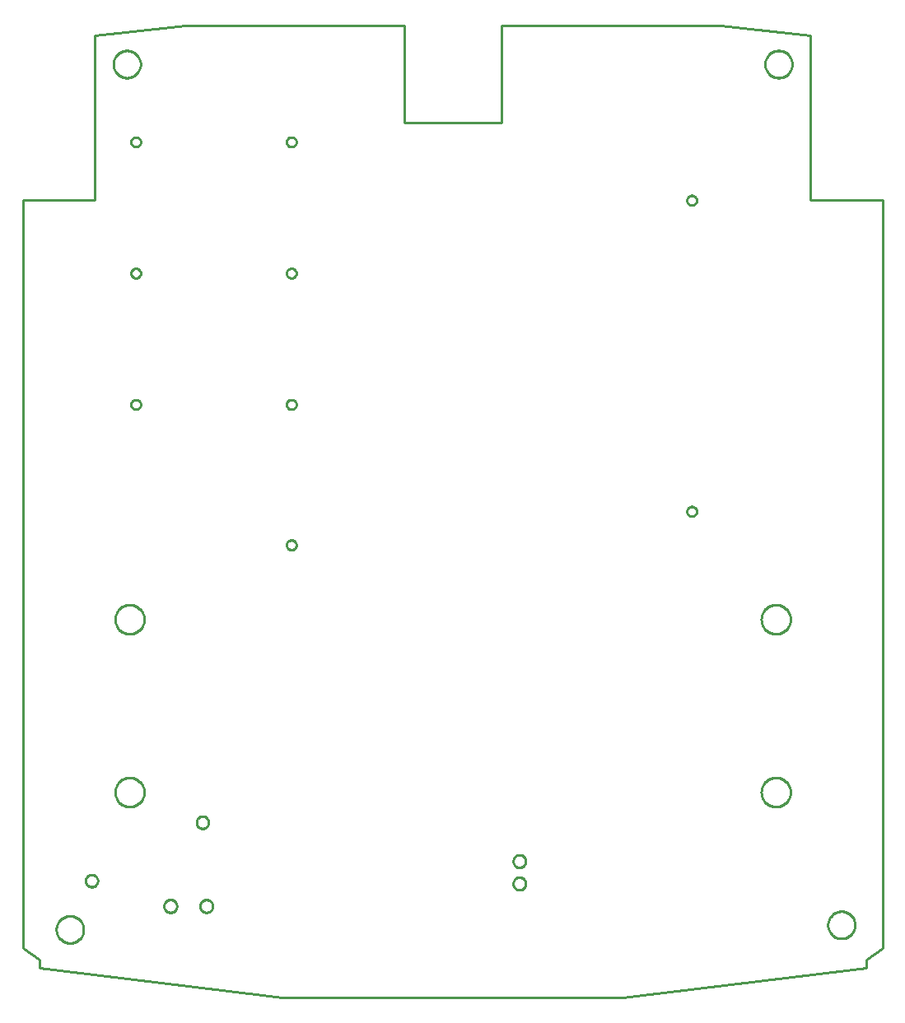
<source format=gbr>
G04 EAGLE Gerber X2 export*
%TF.Part,Single*%
%TF.FileFunction,Profile,NP*%
%TF.FilePolarity,Positive*%
%TF.GenerationSoftware,Autodesk,EAGLE,9.2.2*%
%TF.CreationDate,2019-01-08T14:26:45Z*%
G75*
%MOMM*%
%FSLAX34Y34*%
%LPD*%
%IN*%
%AMOC8*
5,1,8,0,0,1.08239X$1,22.5*%
G01*
%ADD10C,0.254000*%


D10*
X33000Y820000D02*
X33100Y50800D01*
X50000Y38900D01*
X50000Y30000D01*
X300000Y0D01*
X650000Y0D01*
X900000Y30000D01*
X900000Y38900D01*
X917000Y50800D01*
X917000Y820000D01*
X843000Y820000D01*
X843000Y990000D01*
X750000Y1000000D01*
X525000Y1000000D01*
X525000Y900000D01*
X425000Y900000D01*
X425000Y1000000D01*
X200000Y1000000D01*
X107000Y990000D01*
X107000Y820000D01*
X33000Y820000D01*
X304200Y744719D02*
X304263Y744161D01*
X304388Y743614D01*
X304573Y743084D01*
X304817Y742578D01*
X305116Y742102D01*
X305466Y741663D01*
X305863Y741266D01*
X306302Y740916D01*
X306778Y740617D01*
X307284Y740373D01*
X307814Y740188D01*
X308361Y740063D01*
X308919Y740000D01*
X309481Y740000D01*
X310039Y740063D01*
X310586Y740188D01*
X311116Y740373D01*
X311622Y740617D01*
X312098Y740916D01*
X312537Y741266D01*
X312934Y741663D01*
X313284Y742102D01*
X313583Y742578D01*
X313827Y743084D01*
X314012Y743614D01*
X314137Y744161D01*
X314200Y744719D01*
X314200Y745281D01*
X314137Y745839D01*
X314012Y746386D01*
X313827Y746916D01*
X313583Y747422D01*
X313284Y747898D01*
X312934Y748337D01*
X312537Y748734D01*
X312098Y749084D01*
X311622Y749383D01*
X311116Y749627D01*
X310586Y749812D01*
X310039Y749937D01*
X309481Y750000D01*
X308919Y750000D01*
X308361Y749937D01*
X307814Y749812D01*
X307284Y749627D01*
X306778Y749383D01*
X306302Y749084D01*
X305863Y748734D01*
X305466Y748337D01*
X305116Y747898D01*
X304817Y747422D01*
X304573Y746916D01*
X304388Y746386D01*
X304263Y745839D01*
X304200Y745281D01*
X304200Y744719D01*
X127800Y211636D02*
X127876Y212704D01*
X128029Y213765D01*
X128257Y214812D01*
X128559Y215840D01*
X128933Y216844D01*
X129378Y217819D01*
X129892Y218759D01*
X130471Y219660D01*
X131113Y220518D01*
X131815Y221328D01*
X132572Y222085D01*
X133382Y222787D01*
X134240Y223429D01*
X135141Y224008D01*
X136081Y224522D01*
X137056Y224967D01*
X138060Y225341D01*
X139088Y225643D01*
X140135Y225871D01*
X141196Y226024D01*
X142264Y226100D01*
X143336Y226100D01*
X144404Y226024D01*
X145465Y225871D01*
X146512Y225643D01*
X147540Y225341D01*
X148544Y224967D01*
X149519Y224522D01*
X150459Y224008D01*
X151360Y223429D01*
X152218Y222787D01*
X153028Y222085D01*
X153785Y221328D01*
X154487Y220518D01*
X155129Y219660D01*
X155708Y218759D01*
X156222Y217819D01*
X156667Y216844D01*
X157041Y215840D01*
X157343Y214812D01*
X157571Y213765D01*
X157724Y212704D01*
X157800Y211636D01*
X157800Y210564D01*
X157724Y209496D01*
X157571Y208435D01*
X157343Y207388D01*
X157041Y206360D01*
X156667Y205356D01*
X156222Y204381D01*
X155708Y203441D01*
X155129Y202540D01*
X154487Y201682D01*
X153785Y200872D01*
X153028Y200115D01*
X152218Y199413D01*
X151360Y198771D01*
X150459Y198192D01*
X149519Y197678D01*
X148544Y197233D01*
X147540Y196859D01*
X146512Y196557D01*
X145465Y196329D01*
X144404Y196176D01*
X143336Y196100D01*
X142264Y196100D01*
X141196Y196176D01*
X140135Y196329D01*
X139088Y196557D01*
X138060Y196859D01*
X137056Y197233D01*
X136081Y197678D01*
X135141Y198192D01*
X134240Y198771D01*
X133382Y199413D01*
X132572Y200115D01*
X131815Y200872D01*
X131113Y201682D01*
X130471Y202540D01*
X129892Y203441D01*
X129378Y204381D01*
X128933Y205356D01*
X128559Y206360D01*
X128257Y207388D01*
X128029Y208435D01*
X127876Y209496D01*
X127800Y210564D01*
X127800Y211636D01*
X127800Y389436D02*
X127876Y390504D01*
X128029Y391565D01*
X128257Y392612D01*
X128559Y393640D01*
X128933Y394644D01*
X129378Y395619D01*
X129892Y396559D01*
X130471Y397460D01*
X131113Y398318D01*
X131815Y399128D01*
X132572Y399885D01*
X133382Y400587D01*
X134240Y401229D01*
X135141Y401808D01*
X136081Y402322D01*
X137056Y402767D01*
X138060Y403141D01*
X139088Y403443D01*
X140135Y403671D01*
X141196Y403824D01*
X142264Y403900D01*
X143336Y403900D01*
X144404Y403824D01*
X145465Y403671D01*
X146512Y403443D01*
X147540Y403141D01*
X148544Y402767D01*
X149519Y402322D01*
X150459Y401808D01*
X151360Y401229D01*
X152218Y400587D01*
X153028Y399885D01*
X153785Y399128D01*
X154487Y398318D01*
X155129Y397460D01*
X155708Y396559D01*
X156222Y395619D01*
X156667Y394644D01*
X157041Y393640D01*
X157343Y392612D01*
X157571Y391565D01*
X157724Y390504D01*
X157800Y389436D01*
X157800Y388364D01*
X157724Y387296D01*
X157571Y386235D01*
X157343Y385188D01*
X157041Y384160D01*
X156667Y383156D01*
X156222Y382181D01*
X155708Y381241D01*
X155129Y380340D01*
X154487Y379482D01*
X153785Y378672D01*
X153028Y377915D01*
X152218Y377213D01*
X151360Y376571D01*
X150459Y375992D01*
X149519Y375478D01*
X148544Y375033D01*
X147540Y374659D01*
X146512Y374357D01*
X145465Y374129D01*
X144404Y373976D01*
X143336Y373900D01*
X142264Y373900D01*
X141196Y373976D01*
X140135Y374129D01*
X139088Y374357D01*
X138060Y374659D01*
X137056Y375033D01*
X136081Y375478D01*
X135141Y375992D01*
X134240Y376571D01*
X133382Y377213D01*
X132572Y377915D01*
X131815Y378672D01*
X131113Y379482D01*
X130471Y380340D01*
X129892Y381241D01*
X129378Y382181D01*
X128933Y383156D01*
X128559Y384160D01*
X128257Y385188D01*
X128029Y386235D01*
X127876Y387296D01*
X127800Y388364D01*
X127800Y389436D01*
X304200Y879719D02*
X304263Y879161D01*
X304388Y878614D01*
X304573Y878084D01*
X304817Y877578D01*
X305116Y877102D01*
X305466Y876663D01*
X305863Y876266D01*
X306302Y875916D01*
X306778Y875617D01*
X307284Y875373D01*
X307814Y875188D01*
X308361Y875063D01*
X308919Y875000D01*
X309481Y875000D01*
X310039Y875063D01*
X310586Y875188D01*
X311116Y875373D01*
X311622Y875617D01*
X312098Y875916D01*
X312537Y876266D01*
X312934Y876663D01*
X313284Y877102D01*
X313583Y877578D01*
X313827Y878084D01*
X314012Y878614D01*
X314137Y879161D01*
X314200Y879719D01*
X314200Y880281D01*
X314137Y880839D01*
X314012Y881386D01*
X313827Y881916D01*
X313583Y882422D01*
X313284Y882898D01*
X312934Y883337D01*
X312537Y883734D01*
X312098Y884084D01*
X311622Y884383D01*
X311116Y884627D01*
X310586Y884812D01*
X310039Y884937D01*
X309481Y885000D01*
X308919Y885000D01*
X308361Y884937D01*
X307814Y884812D01*
X307284Y884627D01*
X306778Y884383D01*
X306302Y884084D01*
X305863Y883734D01*
X305466Y883337D01*
X305116Y882898D01*
X304817Y882422D01*
X304573Y881916D01*
X304388Y881386D01*
X304263Y880839D01*
X304200Y880281D01*
X304200Y879719D01*
X154200Y880281D02*
X154137Y880839D01*
X154012Y881386D01*
X153827Y881916D01*
X153583Y882422D01*
X153284Y882898D01*
X152934Y883337D01*
X152537Y883734D01*
X152098Y884084D01*
X151622Y884383D01*
X151116Y884627D01*
X150586Y884812D01*
X150039Y884937D01*
X149481Y885000D01*
X148919Y885000D01*
X148361Y884937D01*
X147814Y884812D01*
X147284Y884627D01*
X146778Y884383D01*
X146302Y884084D01*
X145863Y883734D01*
X145466Y883337D01*
X145116Y882898D01*
X144817Y882422D01*
X144573Y881916D01*
X144388Y881386D01*
X144263Y880839D01*
X144200Y880281D01*
X144200Y879719D01*
X144263Y879161D01*
X144388Y878614D01*
X144573Y878084D01*
X144817Y877578D01*
X145116Y877102D01*
X145466Y876663D01*
X145863Y876266D01*
X146302Y875916D01*
X146778Y875617D01*
X147284Y875373D01*
X147814Y875188D01*
X148361Y875063D01*
X148919Y875000D01*
X149481Y875000D01*
X150039Y875063D01*
X150586Y875188D01*
X151116Y875373D01*
X151622Y875617D01*
X152098Y875916D01*
X152537Y876266D01*
X152934Y876663D01*
X153284Y877102D01*
X153583Y877578D01*
X153827Y878084D01*
X154012Y878614D01*
X154137Y879161D01*
X154200Y879719D01*
X154200Y880281D01*
X822300Y388364D02*
X822224Y387296D01*
X822071Y386235D01*
X821843Y385188D01*
X821541Y384160D01*
X821167Y383156D01*
X820722Y382181D01*
X820208Y381241D01*
X819629Y380340D01*
X818987Y379482D01*
X818285Y378672D01*
X817528Y377915D01*
X816718Y377213D01*
X815860Y376571D01*
X814959Y375992D01*
X814019Y375478D01*
X813044Y375033D01*
X812040Y374659D01*
X811012Y374357D01*
X809965Y374129D01*
X808904Y373976D01*
X807836Y373900D01*
X806764Y373900D01*
X805696Y373976D01*
X804635Y374129D01*
X803588Y374357D01*
X802560Y374659D01*
X801556Y375033D01*
X800581Y375478D01*
X799641Y375992D01*
X798740Y376571D01*
X797882Y377213D01*
X797072Y377915D01*
X796315Y378672D01*
X795613Y379482D01*
X794971Y380340D01*
X794392Y381241D01*
X793878Y382181D01*
X793433Y383156D01*
X793059Y384160D01*
X792757Y385188D01*
X792529Y386235D01*
X792376Y387296D01*
X792300Y388364D01*
X792300Y389436D01*
X792376Y390504D01*
X792529Y391565D01*
X792757Y392612D01*
X793059Y393640D01*
X793433Y394644D01*
X793878Y395619D01*
X794392Y396559D01*
X794971Y397460D01*
X795613Y398318D01*
X796315Y399128D01*
X797072Y399885D01*
X797882Y400587D01*
X798740Y401229D01*
X799641Y401808D01*
X800581Y402322D01*
X801556Y402767D01*
X802560Y403141D01*
X803588Y403443D01*
X804635Y403671D01*
X805696Y403824D01*
X806764Y403900D01*
X807836Y403900D01*
X808904Y403824D01*
X809965Y403671D01*
X811012Y403443D01*
X812040Y403141D01*
X813044Y402767D01*
X814019Y402322D01*
X814959Y401808D01*
X815860Y401229D01*
X816718Y400587D01*
X817528Y399885D01*
X818285Y399128D01*
X818987Y398318D01*
X819629Y397460D01*
X820208Y396559D01*
X820722Y395619D01*
X821167Y394644D01*
X821541Y393640D01*
X821843Y392612D01*
X822071Y391565D01*
X822224Y390504D01*
X822300Y389436D01*
X822300Y388364D01*
X822300Y210564D02*
X822224Y209496D01*
X822071Y208435D01*
X821843Y207388D01*
X821541Y206360D01*
X821167Y205356D01*
X820722Y204381D01*
X820208Y203441D01*
X819629Y202540D01*
X818987Y201682D01*
X818285Y200872D01*
X817528Y200115D01*
X816718Y199413D01*
X815860Y198771D01*
X814959Y198192D01*
X814019Y197678D01*
X813044Y197233D01*
X812040Y196859D01*
X811012Y196557D01*
X809965Y196329D01*
X808904Y196176D01*
X807836Y196100D01*
X806764Y196100D01*
X805696Y196176D01*
X804635Y196329D01*
X803588Y196557D01*
X802560Y196859D01*
X801556Y197233D01*
X800581Y197678D01*
X799641Y198192D01*
X798740Y198771D01*
X797882Y199413D01*
X797072Y200115D01*
X796315Y200872D01*
X795613Y201682D01*
X794971Y202540D01*
X794392Y203441D01*
X793878Y204381D01*
X793433Y205356D01*
X793059Y206360D01*
X792757Y207388D01*
X792529Y208435D01*
X792376Y209496D01*
X792300Y210564D01*
X792300Y211636D01*
X792376Y212704D01*
X792529Y213765D01*
X792757Y214812D01*
X793059Y215840D01*
X793433Y216844D01*
X793878Y217819D01*
X794392Y218759D01*
X794971Y219660D01*
X795613Y220518D01*
X796315Y221328D01*
X797072Y222085D01*
X797882Y222787D01*
X798740Y223429D01*
X799641Y224008D01*
X800581Y224522D01*
X801556Y224967D01*
X802560Y225341D01*
X803588Y225643D01*
X804635Y225871D01*
X805696Y226024D01*
X806764Y226100D01*
X807836Y226100D01*
X808904Y226024D01*
X809965Y225871D01*
X811012Y225643D01*
X812040Y225341D01*
X813044Y224967D01*
X814019Y224522D01*
X814959Y224008D01*
X815860Y223429D01*
X816718Y222787D01*
X817528Y222085D01*
X818285Y221328D01*
X818987Y220518D01*
X819629Y219660D01*
X820208Y218759D01*
X820722Y217819D01*
X821167Y216844D01*
X821541Y215840D01*
X821843Y214812D01*
X822071Y213765D01*
X822224Y212704D01*
X822300Y211636D01*
X822300Y210564D01*
X720519Y825000D02*
X719961Y824937D01*
X719414Y824812D01*
X718884Y824627D01*
X718378Y824383D01*
X717902Y824084D01*
X717463Y823734D01*
X717066Y823337D01*
X716716Y822898D01*
X716417Y822422D01*
X716173Y821916D01*
X715988Y821386D01*
X715863Y820839D01*
X715800Y820281D01*
X715800Y819719D01*
X715863Y819161D01*
X715988Y818614D01*
X716173Y818084D01*
X716417Y817578D01*
X716716Y817102D01*
X717066Y816663D01*
X717463Y816266D01*
X717902Y815916D01*
X718378Y815617D01*
X718884Y815373D01*
X719414Y815188D01*
X719961Y815063D01*
X720519Y815000D01*
X721081Y815000D01*
X721639Y815063D01*
X722186Y815188D01*
X722716Y815373D01*
X723222Y815617D01*
X723698Y815916D01*
X724137Y816266D01*
X724534Y816663D01*
X724884Y817102D01*
X725183Y817578D01*
X725427Y818084D01*
X725612Y818614D01*
X725737Y819161D01*
X725800Y819719D01*
X725800Y820281D01*
X725737Y820839D01*
X725612Y821386D01*
X725427Y821916D01*
X725183Y822422D01*
X724884Y822898D01*
X724534Y823337D01*
X724137Y823734D01*
X723698Y824084D01*
X723222Y824383D01*
X722716Y824627D01*
X722186Y824812D01*
X721639Y824937D01*
X721081Y825000D01*
X720519Y825000D01*
X314200Y465681D02*
X314137Y466239D01*
X314012Y466786D01*
X313827Y467316D01*
X313583Y467822D01*
X313284Y468298D01*
X312934Y468737D01*
X312537Y469134D01*
X312098Y469484D01*
X311622Y469783D01*
X311116Y470027D01*
X310586Y470212D01*
X310039Y470337D01*
X309481Y470400D01*
X308919Y470400D01*
X308361Y470337D01*
X307814Y470212D01*
X307284Y470027D01*
X306778Y469783D01*
X306302Y469484D01*
X305863Y469134D01*
X305466Y468737D01*
X305116Y468298D01*
X304817Y467822D01*
X304573Y467316D01*
X304388Y466786D01*
X304263Y466239D01*
X304200Y465681D01*
X304200Y465119D01*
X304263Y464561D01*
X304388Y464014D01*
X304573Y463484D01*
X304817Y462978D01*
X305116Y462502D01*
X305466Y462063D01*
X305863Y461666D01*
X306302Y461316D01*
X306778Y461017D01*
X307284Y460773D01*
X307814Y460588D01*
X308361Y460463D01*
X308919Y460400D01*
X309481Y460400D01*
X310039Y460463D01*
X310586Y460588D01*
X311116Y460773D01*
X311622Y461017D01*
X312098Y461316D01*
X312537Y461666D01*
X312934Y462063D01*
X313284Y462502D01*
X313583Y462978D01*
X313827Y463484D01*
X314012Y464014D01*
X314137Y464561D01*
X314200Y465119D01*
X314200Y465681D01*
X154200Y745281D02*
X154137Y745839D01*
X154012Y746386D01*
X153827Y746916D01*
X153583Y747422D01*
X153284Y747898D01*
X152934Y748337D01*
X152537Y748734D01*
X152098Y749084D01*
X151622Y749383D01*
X151116Y749627D01*
X150586Y749812D01*
X150039Y749937D01*
X149481Y750000D01*
X148919Y750000D01*
X148361Y749937D01*
X147814Y749812D01*
X147284Y749627D01*
X146778Y749383D01*
X146302Y749084D01*
X145863Y748734D01*
X145466Y748337D01*
X145116Y747898D01*
X144817Y747422D01*
X144573Y746916D01*
X144388Y746386D01*
X144263Y745839D01*
X144200Y745281D01*
X144200Y744719D01*
X144263Y744161D01*
X144388Y743614D01*
X144573Y743084D01*
X144817Y742578D01*
X145116Y742102D01*
X145466Y741663D01*
X145863Y741266D01*
X146302Y740916D01*
X146778Y740617D01*
X147284Y740373D01*
X147814Y740188D01*
X148361Y740063D01*
X148919Y740000D01*
X149481Y740000D01*
X150039Y740063D01*
X150586Y740188D01*
X151116Y740373D01*
X151622Y740617D01*
X152098Y740916D01*
X152537Y741266D01*
X152934Y741663D01*
X153284Y742102D01*
X153583Y742578D01*
X153827Y743084D01*
X154012Y743614D01*
X154137Y744161D01*
X154200Y744719D01*
X154200Y745281D01*
X725800Y500281D02*
X725737Y500839D01*
X725612Y501386D01*
X725427Y501916D01*
X725183Y502422D01*
X724884Y502898D01*
X724534Y503337D01*
X724137Y503734D01*
X723698Y504084D01*
X723222Y504383D01*
X722716Y504627D01*
X722186Y504812D01*
X721639Y504937D01*
X721081Y505000D01*
X720519Y505000D01*
X719961Y504937D01*
X719414Y504812D01*
X718884Y504627D01*
X718378Y504383D01*
X717902Y504084D01*
X717463Y503734D01*
X717066Y503337D01*
X716716Y502898D01*
X716417Y502422D01*
X716173Y501916D01*
X715988Y501386D01*
X715863Y500839D01*
X715800Y500281D01*
X715800Y499719D01*
X715863Y499161D01*
X715988Y498614D01*
X716173Y498084D01*
X716417Y497578D01*
X716716Y497102D01*
X717066Y496663D01*
X717463Y496266D01*
X717902Y495916D01*
X718378Y495617D01*
X718884Y495373D01*
X719414Y495188D01*
X719961Y495063D01*
X720519Y495000D01*
X721081Y495000D01*
X721639Y495063D01*
X722186Y495188D01*
X722716Y495373D01*
X723222Y495617D01*
X723698Y495916D01*
X724137Y496266D01*
X724534Y496663D01*
X724884Y497102D01*
X725183Y497578D01*
X725427Y498084D01*
X725612Y498614D01*
X725737Y499161D01*
X725800Y499719D01*
X725800Y500281D01*
X110050Y119649D02*
X109971Y118951D01*
X109815Y118267D01*
X109583Y117604D01*
X109279Y116972D01*
X108905Y116378D01*
X108468Y115829D01*
X107971Y115332D01*
X107422Y114895D01*
X106828Y114521D01*
X106196Y114217D01*
X105533Y113985D01*
X104849Y113829D01*
X104151Y113750D01*
X103449Y113750D01*
X102751Y113829D01*
X102067Y113985D01*
X101404Y114217D01*
X100772Y114521D01*
X100178Y114895D01*
X99629Y115332D01*
X99132Y115829D01*
X98695Y116378D01*
X98321Y116972D01*
X98017Y117604D01*
X97785Y118267D01*
X97629Y118951D01*
X97550Y119649D01*
X97550Y120351D01*
X97629Y121049D01*
X97785Y121733D01*
X98017Y122396D01*
X98321Y123028D01*
X98695Y123622D01*
X99132Y124171D01*
X99629Y124668D01*
X100178Y125105D01*
X100772Y125479D01*
X101404Y125783D01*
X102067Y126015D01*
X102751Y126171D01*
X103449Y126250D01*
X104151Y126250D01*
X104849Y126171D01*
X105533Y126015D01*
X106196Y125783D01*
X106828Y125479D01*
X107422Y125105D01*
X107971Y124668D01*
X108468Y124171D01*
X108905Y123622D01*
X109279Y123028D01*
X109583Y122396D01*
X109815Y121733D01*
X109971Y121049D01*
X110050Y120351D01*
X110050Y119649D01*
X224050Y179649D02*
X223971Y178951D01*
X223815Y178267D01*
X223583Y177604D01*
X223279Y176972D01*
X222905Y176378D01*
X222468Y175829D01*
X221971Y175332D01*
X221422Y174895D01*
X220828Y174521D01*
X220196Y174217D01*
X219533Y173985D01*
X218849Y173829D01*
X218151Y173750D01*
X217449Y173750D01*
X216751Y173829D01*
X216067Y173985D01*
X215404Y174217D01*
X214772Y174521D01*
X214178Y174895D01*
X213629Y175332D01*
X213132Y175829D01*
X212695Y176378D01*
X212321Y176972D01*
X212017Y177604D01*
X211785Y178267D01*
X211629Y178951D01*
X211550Y179649D01*
X211550Y180351D01*
X211629Y181049D01*
X211785Y181733D01*
X212017Y182396D01*
X212321Y183028D01*
X212695Y183622D01*
X213132Y184171D01*
X213629Y184668D01*
X214178Y185105D01*
X214772Y185479D01*
X215404Y185783D01*
X216067Y186015D01*
X216751Y186171D01*
X217449Y186250D01*
X218151Y186250D01*
X218849Y186171D01*
X219533Y186015D01*
X220196Y185783D01*
X220828Y185479D01*
X221422Y185105D01*
X221971Y184668D01*
X222468Y184171D01*
X222905Y183622D01*
X223279Y183028D01*
X223583Y182396D01*
X223815Y181733D01*
X223971Y181049D01*
X224050Y180351D01*
X224050Y179649D01*
X154000Y959500D02*
X153929Y958503D01*
X153786Y957513D01*
X153574Y956536D01*
X153292Y955576D01*
X152943Y954639D01*
X152527Y953729D01*
X152048Y952852D01*
X151507Y952010D01*
X150908Y951210D01*
X150253Y950454D01*
X149546Y949747D01*
X148790Y949092D01*
X147990Y948493D01*
X147148Y947952D01*
X146271Y947473D01*
X145361Y947057D01*
X144424Y946708D01*
X143465Y946426D01*
X142487Y946214D01*
X141498Y946071D01*
X140500Y946000D01*
X139500Y946000D01*
X138503Y946071D01*
X137513Y946214D01*
X136536Y946426D01*
X135576Y946708D01*
X134639Y947057D01*
X133729Y947473D01*
X132852Y947952D01*
X132010Y948493D01*
X131210Y949092D01*
X130454Y949747D01*
X129747Y950454D01*
X129092Y951210D01*
X128493Y952010D01*
X127952Y952852D01*
X127473Y953729D01*
X127057Y954639D01*
X126708Y955576D01*
X126426Y956536D01*
X126214Y957513D01*
X126071Y958503D01*
X126000Y959500D01*
X126000Y960500D01*
X126071Y961498D01*
X126214Y962487D01*
X126426Y963465D01*
X126708Y964424D01*
X127057Y965361D01*
X127473Y966271D01*
X127952Y967148D01*
X128493Y967990D01*
X129092Y968790D01*
X129747Y969546D01*
X130454Y970253D01*
X131210Y970908D01*
X132010Y971507D01*
X132852Y972048D01*
X133729Y972527D01*
X134639Y972943D01*
X135576Y973292D01*
X136536Y973574D01*
X137513Y973786D01*
X138503Y973929D01*
X139500Y974000D01*
X140500Y974000D01*
X141498Y973929D01*
X142487Y973786D01*
X143465Y973574D01*
X144424Y973292D01*
X145361Y972943D01*
X146271Y972527D01*
X147148Y972048D01*
X147990Y971507D01*
X148790Y970908D01*
X149546Y970253D01*
X150253Y969546D01*
X150908Y968790D01*
X151507Y967990D01*
X152048Y967148D01*
X152527Y966271D01*
X152943Y965361D01*
X153292Y964424D01*
X153574Y963465D01*
X153786Y962487D01*
X153929Y961498D01*
X154000Y960500D01*
X154000Y959500D01*
X824000Y959500D02*
X823929Y958503D01*
X823786Y957513D01*
X823574Y956536D01*
X823292Y955576D01*
X822943Y954639D01*
X822527Y953729D01*
X822048Y952852D01*
X821507Y952010D01*
X820908Y951210D01*
X820253Y950454D01*
X819546Y949747D01*
X818790Y949092D01*
X817990Y948493D01*
X817148Y947952D01*
X816271Y947473D01*
X815361Y947057D01*
X814424Y946708D01*
X813465Y946426D01*
X812487Y946214D01*
X811498Y946071D01*
X810500Y946000D01*
X809500Y946000D01*
X808503Y946071D01*
X807513Y946214D01*
X806536Y946426D01*
X805576Y946708D01*
X804639Y947057D01*
X803729Y947473D01*
X802852Y947952D01*
X802010Y948493D01*
X801210Y949092D01*
X800454Y949747D01*
X799747Y950454D01*
X799092Y951210D01*
X798493Y952010D01*
X797952Y952852D01*
X797473Y953729D01*
X797057Y954639D01*
X796708Y955576D01*
X796426Y956536D01*
X796214Y957513D01*
X796071Y958503D01*
X796000Y959500D01*
X796000Y960500D01*
X796071Y961498D01*
X796214Y962487D01*
X796426Y963465D01*
X796708Y964424D01*
X797057Y965361D01*
X797473Y966271D01*
X797952Y967148D01*
X798493Y967990D01*
X799092Y968790D01*
X799747Y969546D01*
X800454Y970253D01*
X801210Y970908D01*
X802010Y971507D01*
X802852Y972048D01*
X803729Y972527D01*
X804639Y972943D01*
X805576Y973292D01*
X806536Y973574D01*
X807513Y973786D01*
X808503Y973929D01*
X809500Y974000D01*
X810500Y974000D01*
X811498Y973929D01*
X812487Y973786D01*
X813465Y973574D01*
X814424Y973292D01*
X815361Y972943D01*
X816271Y972527D01*
X817148Y972048D01*
X817990Y971507D01*
X818790Y970908D01*
X819546Y970253D01*
X820253Y969546D01*
X820908Y968790D01*
X821507Y967990D01*
X822048Y967148D01*
X822527Y966271D01*
X822943Y965361D01*
X823292Y964424D01*
X823574Y963465D01*
X823786Y962487D01*
X823929Y961498D01*
X824000Y960500D01*
X824000Y959500D01*
X154200Y610281D02*
X154137Y610839D01*
X154012Y611386D01*
X153827Y611916D01*
X153583Y612422D01*
X153284Y612898D01*
X152934Y613337D01*
X152537Y613734D01*
X152098Y614084D01*
X151622Y614383D01*
X151116Y614627D01*
X150586Y614812D01*
X150039Y614937D01*
X149481Y615000D01*
X148919Y615000D01*
X148361Y614937D01*
X147814Y614812D01*
X147284Y614627D01*
X146778Y614383D01*
X146302Y614084D01*
X145863Y613734D01*
X145466Y613337D01*
X145116Y612898D01*
X144817Y612422D01*
X144573Y611916D01*
X144388Y611386D01*
X144263Y610839D01*
X144200Y610281D01*
X144200Y609719D01*
X144263Y609161D01*
X144388Y608614D01*
X144573Y608084D01*
X144817Y607578D01*
X145116Y607102D01*
X145466Y606663D01*
X145863Y606266D01*
X146302Y605916D01*
X146778Y605617D01*
X147284Y605373D01*
X147814Y605188D01*
X148361Y605063D01*
X148919Y605000D01*
X149481Y605000D01*
X150039Y605063D01*
X150586Y605188D01*
X151116Y605373D01*
X151622Y605617D01*
X152098Y605916D01*
X152537Y606266D01*
X152934Y606663D01*
X153284Y607102D01*
X153583Y607578D01*
X153827Y608084D01*
X154012Y608614D01*
X154137Y609161D01*
X154200Y609719D01*
X154200Y610281D01*
X304200Y609719D02*
X304263Y609161D01*
X304388Y608614D01*
X304573Y608084D01*
X304817Y607578D01*
X305116Y607102D01*
X305466Y606663D01*
X305863Y606266D01*
X306302Y605916D01*
X306778Y605617D01*
X307284Y605373D01*
X307814Y605188D01*
X308361Y605063D01*
X308919Y605000D01*
X309481Y605000D01*
X310039Y605063D01*
X310586Y605188D01*
X311116Y605373D01*
X311622Y605617D01*
X312098Y605916D01*
X312537Y606266D01*
X312934Y606663D01*
X313284Y607102D01*
X313583Y607578D01*
X313827Y608084D01*
X314012Y608614D01*
X314137Y609161D01*
X314200Y609719D01*
X314200Y610281D01*
X314137Y610839D01*
X314012Y611386D01*
X313827Y611916D01*
X313583Y612422D01*
X313284Y612898D01*
X312934Y613337D01*
X312537Y613734D01*
X312098Y614084D01*
X311622Y614383D01*
X311116Y614627D01*
X310586Y614812D01*
X310039Y614937D01*
X309481Y615000D01*
X308919Y615000D01*
X308361Y614937D01*
X307814Y614812D01*
X307284Y614627D01*
X306778Y614383D01*
X306302Y614084D01*
X305863Y613734D01*
X305466Y613337D01*
X305116Y612898D01*
X304817Y612422D01*
X304573Y611916D01*
X304388Y611386D01*
X304263Y610839D01*
X304200Y610281D01*
X304200Y609719D01*
X95480Y69380D02*
X95409Y68383D01*
X95266Y67393D01*
X95054Y66416D01*
X94772Y65456D01*
X94423Y64519D01*
X94007Y63609D01*
X93528Y62732D01*
X92987Y61890D01*
X92388Y61090D01*
X91733Y60334D01*
X91026Y59627D01*
X90270Y58972D01*
X89470Y58373D01*
X88628Y57832D01*
X87751Y57353D01*
X86841Y56937D01*
X85904Y56588D01*
X84945Y56306D01*
X83967Y56094D01*
X82978Y55951D01*
X81980Y55880D01*
X80980Y55880D01*
X79983Y55951D01*
X78993Y56094D01*
X78016Y56306D01*
X77056Y56588D01*
X76119Y56937D01*
X75209Y57353D01*
X74332Y57832D01*
X73490Y58373D01*
X72690Y58972D01*
X71934Y59627D01*
X71227Y60334D01*
X70572Y61090D01*
X69973Y61890D01*
X69432Y62732D01*
X68953Y63609D01*
X68537Y64519D01*
X68188Y65456D01*
X67906Y66416D01*
X67694Y67393D01*
X67551Y68383D01*
X67480Y69380D01*
X67480Y70380D01*
X67551Y71378D01*
X67694Y72367D01*
X67906Y73345D01*
X68188Y74304D01*
X68537Y75241D01*
X68953Y76151D01*
X69432Y77028D01*
X69973Y77870D01*
X70572Y78670D01*
X71227Y79426D01*
X71934Y80133D01*
X72690Y80788D01*
X73490Y81387D01*
X74332Y81928D01*
X75209Y82407D01*
X76119Y82823D01*
X77056Y83172D01*
X78016Y83454D01*
X78993Y83666D01*
X79983Y83809D01*
X80980Y83880D01*
X81980Y83880D01*
X82978Y83809D01*
X83967Y83666D01*
X84945Y83454D01*
X85904Y83172D01*
X86841Y82823D01*
X87751Y82407D01*
X88628Y81928D01*
X89470Y81387D01*
X90270Y80788D01*
X91026Y80133D01*
X91733Y79426D01*
X92388Y78670D01*
X92987Y77870D01*
X93528Y77028D01*
X94007Y76151D01*
X94423Y75241D01*
X94772Y74304D01*
X95054Y73345D01*
X95266Y72367D01*
X95409Y71378D01*
X95480Y70380D01*
X95480Y69380D01*
X888680Y74000D02*
X888609Y73003D01*
X888466Y72013D01*
X888254Y71036D01*
X887972Y70076D01*
X887623Y69139D01*
X887207Y68229D01*
X886728Y67352D01*
X886187Y66510D01*
X885588Y65710D01*
X884933Y64954D01*
X884226Y64247D01*
X883470Y63592D01*
X882670Y62993D01*
X881828Y62452D01*
X880951Y61973D01*
X880041Y61557D01*
X879104Y61208D01*
X878145Y60926D01*
X877167Y60714D01*
X876178Y60571D01*
X875180Y60500D01*
X874180Y60500D01*
X873183Y60571D01*
X872193Y60714D01*
X871216Y60926D01*
X870256Y61208D01*
X869319Y61557D01*
X868409Y61973D01*
X867532Y62452D01*
X866690Y62993D01*
X865890Y63592D01*
X865134Y64247D01*
X864427Y64954D01*
X863772Y65710D01*
X863173Y66510D01*
X862632Y67352D01*
X862153Y68229D01*
X861737Y69139D01*
X861388Y70076D01*
X861106Y71036D01*
X860894Y72013D01*
X860751Y73003D01*
X860680Y74000D01*
X860680Y75000D01*
X860751Y75998D01*
X860894Y76987D01*
X861106Y77965D01*
X861388Y78924D01*
X861737Y79861D01*
X862153Y80771D01*
X862632Y81648D01*
X863173Y82490D01*
X863772Y83290D01*
X864427Y84046D01*
X865134Y84753D01*
X865890Y85408D01*
X866690Y86007D01*
X867532Y86548D01*
X868409Y87027D01*
X869319Y87443D01*
X870256Y87792D01*
X871216Y88074D01*
X872193Y88286D01*
X873183Y88429D01*
X874180Y88500D01*
X875180Y88500D01*
X876178Y88429D01*
X877167Y88286D01*
X878145Y88074D01*
X879104Y87792D01*
X880041Y87443D01*
X880951Y87027D01*
X881828Y86548D01*
X882670Y86007D01*
X883470Y85408D01*
X884226Y84753D01*
X884933Y84046D01*
X885588Y83290D01*
X886187Y82490D01*
X886728Y81648D01*
X887207Y80771D01*
X887623Y79861D01*
X887972Y78924D01*
X888254Y77965D01*
X888466Y76987D01*
X888609Y75998D01*
X888680Y75000D01*
X888680Y74000D01*
X191280Y93621D02*
X191217Y92985D01*
X191093Y92359D01*
X190907Y91748D01*
X190663Y91158D01*
X190362Y90594D01*
X190007Y90063D01*
X189602Y89570D01*
X189150Y89118D01*
X188657Y88713D01*
X188126Y88358D01*
X187562Y88057D01*
X186972Y87813D01*
X186361Y87627D01*
X185735Y87503D01*
X185099Y87440D01*
X184461Y87440D01*
X183825Y87503D01*
X183199Y87627D01*
X182588Y87813D01*
X181998Y88057D01*
X181434Y88358D01*
X180903Y88713D01*
X180410Y89118D01*
X179958Y89570D01*
X179553Y90063D01*
X179198Y90594D01*
X178897Y91158D01*
X178653Y91748D01*
X178467Y92359D01*
X178343Y92985D01*
X178280Y93621D01*
X178280Y94259D01*
X178343Y94895D01*
X178467Y95521D01*
X178653Y96132D01*
X178897Y96722D01*
X179198Y97286D01*
X179553Y97817D01*
X179958Y98310D01*
X180410Y98762D01*
X180903Y99167D01*
X181434Y99522D01*
X181998Y99823D01*
X182588Y100067D01*
X183199Y100253D01*
X183825Y100377D01*
X184461Y100440D01*
X185099Y100440D01*
X185735Y100377D01*
X186361Y100253D01*
X186972Y100067D01*
X187562Y99823D01*
X188126Y99522D01*
X188657Y99167D01*
X189150Y98762D01*
X189602Y98310D01*
X190007Y97817D01*
X190362Y97286D01*
X190663Y96722D01*
X190907Y96132D01*
X191093Y95521D01*
X191217Y94895D01*
X191280Y94259D01*
X191280Y93621D01*
X228240Y93621D02*
X228177Y92985D01*
X228053Y92359D01*
X227867Y91748D01*
X227623Y91158D01*
X227322Y90594D01*
X226967Y90063D01*
X226562Y89570D01*
X226110Y89118D01*
X225617Y88713D01*
X225086Y88358D01*
X224522Y88057D01*
X223932Y87813D01*
X223321Y87627D01*
X222695Y87503D01*
X222059Y87440D01*
X221421Y87440D01*
X220785Y87503D01*
X220159Y87627D01*
X219548Y87813D01*
X218958Y88057D01*
X218394Y88358D01*
X217863Y88713D01*
X217370Y89118D01*
X216918Y89570D01*
X216513Y90063D01*
X216158Y90594D01*
X215857Y91158D01*
X215613Y91748D01*
X215427Y92359D01*
X215303Y92985D01*
X215240Y93621D01*
X215240Y94259D01*
X215303Y94895D01*
X215427Y95521D01*
X215613Y96132D01*
X215857Y96722D01*
X216158Y97286D01*
X216513Y97817D01*
X216918Y98310D01*
X217370Y98762D01*
X217863Y99167D01*
X218394Y99522D01*
X218958Y99823D01*
X219548Y100067D01*
X220159Y100253D01*
X220785Y100377D01*
X221421Y100440D01*
X222059Y100440D01*
X222695Y100377D01*
X223321Y100253D01*
X223932Y100067D01*
X224522Y99823D01*
X225086Y99522D01*
X225617Y99167D01*
X226110Y98762D01*
X226562Y98310D01*
X226967Y97817D01*
X227322Y97286D01*
X227623Y96722D01*
X227867Y96132D01*
X228053Y95521D01*
X228177Y94895D01*
X228240Y94259D01*
X228240Y93621D01*
X550100Y116721D02*
X550037Y116085D01*
X549913Y115459D01*
X549727Y114848D01*
X549483Y114258D01*
X549182Y113694D01*
X548827Y113163D01*
X548422Y112670D01*
X547970Y112218D01*
X547477Y111813D01*
X546946Y111458D01*
X546382Y111157D01*
X545792Y110913D01*
X545181Y110727D01*
X544555Y110603D01*
X543919Y110540D01*
X543281Y110540D01*
X542645Y110603D01*
X542019Y110727D01*
X541408Y110913D01*
X540818Y111157D01*
X540254Y111458D01*
X539723Y111813D01*
X539230Y112218D01*
X538778Y112670D01*
X538373Y113163D01*
X538018Y113694D01*
X537717Y114258D01*
X537473Y114848D01*
X537287Y115459D01*
X537163Y116085D01*
X537100Y116721D01*
X537100Y117359D01*
X537163Y117995D01*
X537287Y118621D01*
X537473Y119232D01*
X537717Y119822D01*
X538018Y120386D01*
X538373Y120917D01*
X538778Y121410D01*
X539230Y121862D01*
X539723Y122267D01*
X540254Y122622D01*
X540818Y122923D01*
X541408Y123167D01*
X542019Y123353D01*
X542645Y123477D01*
X543281Y123540D01*
X543919Y123540D01*
X544555Y123477D01*
X545181Y123353D01*
X545792Y123167D01*
X546382Y122923D01*
X546946Y122622D01*
X547477Y122267D01*
X547970Y121862D01*
X548422Y121410D01*
X548827Y120917D01*
X549182Y120386D01*
X549483Y119822D01*
X549727Y119232D01*
X549913Y118621D01*
X550037Y117995D01*
X550100Y117359D01*
X550100Y116721D01*
X550100Y139821D02*
X550037Y139185D01*
X549913Y138559D01*
X549727Y137948D01*
X549483Y137358D01*
X549182Y136794D01*
X548827Y136263D01*
X548422Y135770D01*
X547970Y135318D01*
X547477Y134913D01*
X546946Y134558D01*
X546382Y134257D01*
X545792Y134013D01*
X545181Y133827D01*
X544555Y133703D01*
X543919Y133640D01*
X543281Y133640D01*
X542645Y133703D01*
X542019Y133827D01*
X541408Y134013D01*
X540818Y134257D01*
X540254Y134558D01*
X539723Y134913D01*
X539230Y135318D01*
X538778Y135770D01*
X538373Y136263D01*
X538018Y136794D01*
X537717Y137358D01*
X537473Y137948D01*
X537287Y138559D01*
X537163Y139185D01*
X537100Y139821D01*
X537100Y140459D01*
X537163Y141095D01*
X537287Y141721D01*
X537473Y142332D01*
X537717Y142922D01*
X538018Y143486D01*
X538373Y144017D01*
X538778Y144510D01*
X539230Y144962D01*
X539723Y145367D01*
X540254Y145722D01*
X540818Y146023D01*
X541408Y146267D01*
X542019Y146453D01*
X542645Y146577D01*
X543281Y146640D01*
X543919Y146640D01*
X544555Y146577D01*
X545181Y146453D01*
X545792Y146267D01*
X546382Y146023D01*
X546946Y145722D01*
X547477Y145367D01*
X547970Y144962D01*
X548422Y144510D01*
X548827Y144017D01*
X549182Y143486D01*
X549483Y142922D01*
X549727Y142332D01*
X549913Y141721D01*
X550037Y141095D01*
X550100Y140459D01*
X550100Y139821D01*
M02*

</source>
